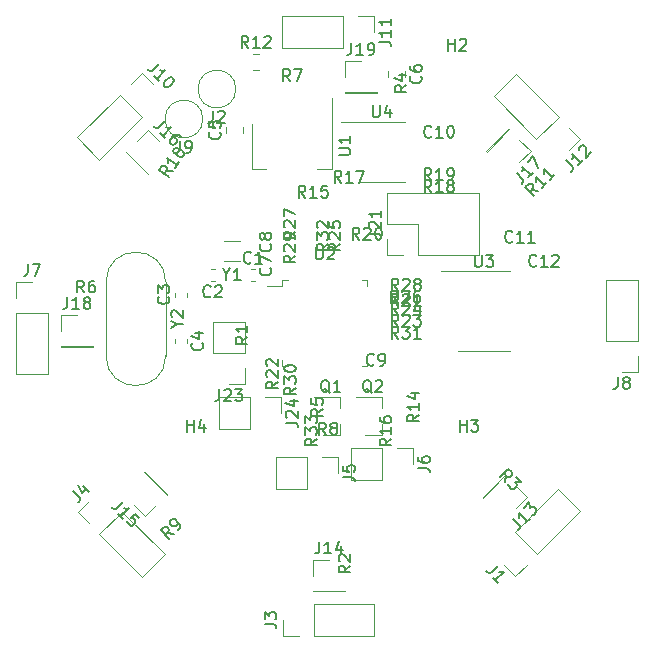
<source format=gbr>
%TF.GenerationSoftware,KiCad,Pcbnew,(5.1.6-0-10_14)*%
%TF.CreationDate,2021-08-24T22:52:38-05:00*%
%TF.ProjectId,led_lights,6c65645f-6c69-4676-9874-732e6b696361,rev?*%
%TF.SameCoordinates,Original*%
%TF.FileFunction,Legend,Top*%
%TF.FilePolarity,Positive*%
%FSLAX46Y46*%
G04 Gerber Fmt 4.6, Leading zero omitted, Abs format (unit mm)*
G04 Created by KiCad (PCBNEW (5.1.6-0-10_14)) date 2021-08-24 22:52:38*
%MOMM*%
%LPD*%
G01*
G04 APERTURE LIST*
%ADD10C,0.120000*%
%ADD11C,0.150000*%
G04 APERTURE END LIST*
D10*
%TO.C,J12*%
X215436955Y126353949D02*
X214496503Y125413497D01*
X214496503Y127294401D02*
X215436955Y126353949D01*
X213598477Y128192427D02*
X211717573Y126311523D01*
X211717573Y126311523D02*
X208083045Y129946051D01*
X213598477Y128192427D02*
X209963949Y131826955D01*
X209963949Y131826955D02*
X208083045Y129946051D01*
%TO.C,J11*%
X190186000Y136712000D02*
X190186000Y134052000D01*
X195326000Y136712000D02*
X190186000Y136712000D01*
X195326000Y134052000D02*
X190186000Y134052000D01*
X195326000Y136712000D02*
X195326000Y134052000D01*
X196596000Y136712000D02*
X197926000Y136712000D01*
X197926000Y136712000D02*
X197926000Y135382000D01*
%TO.C,J10*%
X172834994Y126455898D02*
X174715898Y124574994D01*
X176469522Y130090426D02*
X172834994Y126455898D01*
X178350426Y128209522D02*
X174715898Y124574994D01*
X176469522Y130090426D02*
X178350426Y128209522D01*
X177367548Y130988452D02*
X178308000Y131928904D01*
X178308000Y131928904D02*
X179248452Y130988452D01*
%TO.C,J7*%
X167676000Y114200000D02*
X169006000Y114200000D01*
X167676000Y112870000D02*
X167676000Y114200000D01*
X167676000Y111600000D02*
X170336000Y111600000D01*
X170336000Y111600000D02*
X170336000Y106460000D01*
X167676000Y111600000D02*
X167676000Y106460000D01*
X167676000Y106460000D02*
X170336000Y106460000D01*
%TO.C,J4*%
X178344102Y89268994D02*
X180225006Y91149898D01*
X174709574Y92903522D02*
X178344102Y89268994D01*
X176590478Y94784426D02*
X180225006Y91149898D01*
X174709574Y92903522D02*
X176590478Y94784426D01*
X173811548Y93801548D02*
X172871096Y94742000D01*
X172871096Y94742000D02*
X173811548Y95682452D01*
%TO.C,J1*%
X209940000Y89319096D02*
X208999548Y90259548D01*
X210880452Y90259548D02*
X209940000Y89319096D01*
X211778478Y91157574D02*
X209897574Y93038478D01*
X209897574Y93038478D02*
X213532102Y96673006D01*
X211778478Y91157574D02*
X215413006Y94792102D01*
X215413006Y94792102D02*
X213532102Y96673006D01*
%TO.C,J3*%
X197990000Y84268000D02*
X197990000Y86928000D01*
X192850000Y84268000D02*
X197990000Y84268000D01*
X192850000Y86928000D02*
X197990000Y86928000D01*
X192850000Y84268000D02*
X192850000Y86928000D01*
X191580000Y84268000D02*
X190250000Y84268000D01*
X190250000Y84268000D02*
X190250000Y85598000D01*
%TO.C,J8*%
X220278000Y106620000D02*
X218948000Y106620000D01*
X220278000Y107950000D02*
X220278000Y106620000D01*
X220278000Y109220000D02*
X217618000Y109220000D01*
X217618000Y109220000D02*
X217618000Y114360000D01*
X220278000Y109220000D02*
X220278000Y114360000D01*
X220278000Y114360000D02*
X217618000Y114360000D01*
%TO.C,C1*%
X187534733Y114298000D02*
X187877267Y114298000D01*
X187534733Y115318000D02*
X187877267Y115318000D01*
%TO.C,C2*%
X184462267Y114298000D02*
X184119733Y114298000D01*
X184462267Y115318000D02*
X184119733Y115318000D01*
%TO.C,C3*%
X182120000Y112971733D02*
X182120000Y113314267D01*
X181100000Y112971733D02*
X181100000Y113314267D01*
%TO.C,C4*%
X182120000Y109391267D02*
X182120000Y109048733D01*
X181100000Y109391267D02*
X181100000Y109048733D01*
%TO.C,C5*%
X186892000Y126819922D02*
X186892000Y127337078D01*
X185472000Y126819922D02*
X185472000Y127337078D01*
%TO.C,C6*%
X200608000Y132084578D02*
X200608000Y131567422D01*
X199188000Y132084578D02*
X199188000Y131567422D01*
%TO.C,J5*%
X194878000Y99374000D02*
X194878000Y98044000D01*
X193548000Y99374000D02*
X194878000Y99374000D01*
X192278000Y99374000D02*
X192278000Y96714000D01*
X192278000Y96714000D02*
X189678000Y96714000D01*
X192278000Y99374000D02*
X189678000Y99374000D01*
X189678000Y99374000D02*
X189678000Y96714000D01*
%TO.C,J6*%
X196028000Y100136000D02*
X196028000Y97476000D01*
X198628000Y100136000D02*
X196028000Y100136000D01*
X198628000Y97476000D02*
X196028000Y97476000D01*
X198628000Y100136000D02*
X198628000Y97476000D01*
X199898000Y100136000D02*
X201228000Y100136000D01*
X201228000Y100136000D02*
X201228000Y98806000D01*
%TO.C,J23*%
X187004000Y110804000D02*
X184344000Y110804000D01*
X187004000Y108204000D02*
X187004000Y110804000D01*
X184344000Y108204000D02*
X184344000Y110804000D01*
X187004000Y108204000D02*
X184344000Y108204000D01*
X187004000Y106934000D02*
X187004000Y105604000D01*
X187004000Y105604000D02*
X185674000Y105604000D01*
%TO.C,J24*%
X190052000Y104454000D02*
X190052000Y103124000D01*
X188722000Y104454000D02*
X190052000Y104454000D01*
X187452000Y104454000D02*
X187452000Y101794000D01*
X187452000Y101794000D02*
X184852000Y101794000D01*
X187452000Y104454000D02*
X184852000Y104454000D01*
X184852000Y104454000D02*
X184852000Y101794000D01*
%TO.C,Q1*%
X195070000Y101290000D02*
X195070000Y102220000D01*
X195070000Y104450000D02*
X195070000Y103520000D01*
X195070000Y104450000D02*
X192910000Y104450000D01*
X195070000Y101290000D02*
X193610000Y101290000D01*
%TO.C,Q2*%
X198626000Y101290000D02*
X197166000Y101290000D01*
X198626000Y104450000D02*
X196466000Y104450000D01*
X198626000Y104450000D02*
X198626000Y103520000D01*
X198626000Y101290000D02*
X198626000Y102220000D01*
%TO.C,R12*%
X187701422Y132132000D02*
X188218578Y132132000D01*
X187701422Y133552000D02*
X188218578Y133552000D01*
%TO.C,U1*%
X187598000Y123820000D02*
X188858000Y123820000D01*
X194418000Y123820000D02*
X193158000Y123820000D01*
X187598000Y127580000D02*
X187598000Y123820000D01*
X194418000Y129830000D02*
X194418000Y123820000D01*
%TO.C,U2*%
X196962000Y107134000D02*
X197412000Y107134000D01*
X197412000Y107134000D02*
X197412000Y107584000D01*
X190642000Y107134000D02*
X190192000Y107134000D01*
X190192000Y107134000D02*
X190192000Y107584000D01*
X196962000Y114354000D02*
X197412000Y114354000D01*
X197412000Y114354000D02*
X197412000Y113904000D01*
X190642000Y114354000D02*
X190192000Y114354000D01*
X190192000Y114354000D02*
X190192000Y113904000D01*
X190192000Y113904000D02*
X188902000Y113904000D01*
%TO.C,U3*%
X207264000Y108375000D02*
X209464000Y108375000D01*
X207264000Y108375000D02*
X205064000Y108375000D01*
X207264000Y115145000D02*
X209464000Y115145000D01*
X207264000Y115145000D02*
X203664000Y115145000D01*
%TO.C,U4*%
X198628000Y122662000D02*
X200578000Y122662000D01*
X198628000Y122662000D02*
X196678000Y122662000D01*
X198628000Y127782000D02*
X200578000Y127782000D01*
X198628000Y127782000D02*
X195178000Y127782000D01*
%TO.C,Y1*%
X186623000Y117715000D02*
X185273000Y117715000D01*
X186623000Y115965000D02*
X185273000Y115965000D01*
%TO.C,Y2*%
X180325000Y114223000D02*
X180325000Y107973000D01*
X175275000Y114223000D02*
X175275000Y107973000D01*
X175275000Y114223000D02*
G75*
G02*
X180325000Y114223000I2525000J0D01*
G01*
X175275000Y107973000D02*
G75*
G03*
X180325000Y107973000I2525000J0D01*
G01*
%TO.C,J13*%
X209042000Y97892904D02*
X207161096Y96012000D01*
X209084426Y97850478D02*
X209042000Y97892904D01*
X207203522Y95969574D02*
X207161096Y96012000D01*
X209084426Y97850478D02*
X207203522Y95969574D01*
X209982452Y96952452D02*
X210922904Y96012000D01*
X210922904Y96012000D02*
X209982452Y95071548D01*
%TO.C,J14*%
X192820000Y88026000D02*
X195480000Y88026000D01*
X192820000Y88086000D02*
X192820000Y88026000D01*
X195480000Y88086000D02*
X195480000Y88026000D01*
X192820000Y88086000D02*
X195480000Y88086000D01*
X192820000Y89356000D02*
X192820000Y90686000D01*
X192820000Y90686000D02*
X194150000Y90686000D01*
%TO.C,J15*%
X180442904Y96266000D02*
X178562000Y98146904D01*
X180400478Y96223574D02*
X180442904Y96266000D01*
X178519574Y98104478D02*
X178562000Y98146904D01*
X180400478Y96223574D02*
X178519574Y98104478D01*
X179502452Y95325548D02*
X178562000Y94385096D01*
X178562000Y94385096D02*
X177621548Y95325548D01*
%TO.C,J16*%
X178816000Y127102904D02*
X179756452Y126162452D01*
X177875548Y126162452D02*
X178816000Y127102904D01*
X176977522Y125264426D02*
X178858426Y123383522D01*
X178858426Y123383522D02*
X178816000Y123341096D01*
X176977522Y125264426D02*
X176935096Y125222000D01*
X176935096Y125222000D02*
X178816000Y123341096D01*
%TO.C,J17*%
X209340000Y127190904D02*
X207459096Y125310000D01*
X209382426Y127148478D02*
X209340000Y127190904D01*
X207501522Y125267574D02*
X207459096Y125310000D01*
X209382426Y127148478D02*
X207501522Y125267574D01*
X210280452Y126250452D02*
X211220904Y125310000D01*
X211220904Y125310000D02*
X210280452Y124369548D01*
%TO.C,J18*%
X171486000Y111406000D02*
X172816000Y111406000D01*
X171486000Y110076000D02*
X171486000Y111406000D01*
X171486000Y108806000D02*
X174146000Y108806000D01*
X174146000Y108806000D02*
X174146000Y108746000D01*
X171486000Y108806000D02*
X171486000Y108746000D01*
X171486000Y108746000D02*
X174146000Y108746000D01*
%TO.C,J19*%
X195520000Y132902000D02*
X196850000Y132902000D01*
X195520000Y131572000D02*
X195520000Y132902000D01*
X195520000Y130302000D02*
X198180000Y130302000D01*
X198180000Y130302000D02*
X198180000Y130242000D01*
X195520000Y130302000D02*
X195520000Y130242000D01*
X195520000Y130242000D02*
X198180000Y130242000D01*
%TO.C,J2*%
X186258781Y130556000D02*
G75*
G03*
X186258781Y130556000I-1600781J0D01*
G01*
%TO.C,J9*%
X183464781Y128016000D02*
G75*
G03*
X183464781Y128016000I-1600781J0D01*
G01*
%TO.C,J21*%
X199076000Y116526000D02*
X199076000Y117856000D01*
X200406000Y116526000D02*
X199076000Y116526000D01*
X199076000Y119126000D02*
X199076000Y121726000D01*
X201676000Y119126000D02*
X199076000Y119126000D01*
X201676000Y116526000D02*
X201676000Y119126000D01*
X199076000Y121726000D02*
X206816000Y121726000D01*
X201676000Y116526000D02*
X206816000Y116526000D01*
X206816000Y116526000D02*
X206816000Y121726000D01*
%TO.C,J12*%
D11*
X214243965Y124521195D02*
X214749041Y124016119D01*
X214816384Y123881432D01*
X214816384Y123746745D01*
X214749041Y123612058D01*
X214681697Y123544714D01*
X215658178Y124521195D02*
X215254117Y124117134D01*
X215456148Y124319164D02*
X214749041Y125026271D01*
X214782713Y124857912D01*
X214782713Y124723225D01*
X214749041Y124622210D01*
X215287789Y125430332D02*
X215287789Y125497676D01*
X215321461Y125598691D01*
X215489819Y125767050D01*
X215590835Y125800721D01*
X215658178Y125800721D01*
X215759193Y125767050D01*
X215826537Y125699706D01*
X215893880Y125565019D01*
X215893880Y124756897D01*
X216331613Y125194630D01*
%TO.C,J11*%
X198378380Y134572476D02*
X199092666Y134572476D01*
X199235523Y134524857D01*
X199330761Y134429619D01*
X199378380Y134286761D01*
X199378380Y134191523D01*
X199378380Y135572476D02*
X199378380Y135001047D01*
X199378380Y135286761D02*
X198378380Y135286761D01*
X198521238Y135191523D01*
X198616476Y135096285D01*
X198664095Y135001047D01*
X199378380Y136524857D02*
X199378380Y135953428D01*
X199378380Y136239142D02*
X198378380Y136239142D01*
X198521238Y136143904D01*
X198616476Y136048666D01*
X198664095Y135953428D01*
%TO.C,J10*%
X179770364Y132655203D02*
X179265288Y132150127D01*
X179130601Y132082784D01*
X178995914Y132082784D01*
X178861227Y132150127D01*
X178793883Y132217471D01*
X179770364Y131240990D02*
X179366303Y131645051D01*
X179568333Y131443020D02*
X180275440Y132150127D01*
X180107081Y132116455D01*
X179972394Y132116455D01*
X179871379Y132150127D01*
X180915203Y131510364D02*
X180982547Y131443020D01*
X181016219Y131342005D01*
X181016219Y131274662D01*
X180982547Y131173646D01*
X180881532Y131005288D01*
X180713173Y130836929D01*
X180544814Y130735914D01*
X180443799Y130702242D01*
X180376455Y130702242D01*
X180275440Y130735914D01*
X180208097Y130803257D01*
X180174425Y130904272D01*
X180174425Y130971616D01*
X180208097Y131072631D01*
X180309112Y131240990D01*
X180477471Y131409349D01*
X180645829Y131510364D01*
X180746845Y131544036D01*
X180814188Y131544036D01*
X180915203Y131510364D01*
%TO.C,J7*%
X168672666Y115747619D02*
X168672666Y115033333D01*
X168625047Y114890476D01*
X168529809Y114795238D01*
X168386952Y114747619D01*
X168291714Y114747619D01*
X169053619Y115747619D02*
X169720285Y115747619D01*
X169291714Y114747619D01*
%TO.C,J4*%
X172481513Y96541081D02*
X172986589Y96036005D01*
X173053933Y95901318D01*
X173053933Y95766631D01*
X172986589Y95631944D01*
X172919246Y95564601D01*
X173356979Y96945142D02*
X173828383Y96473738D01*
X172919246Y97046158D02*
X173255963Y96372723D01*
X173693696Y96810455D01*
%TO.C,J1*%
X208443963Y90175368D02*
X207938887Y89670292D01*
X207804200Y89602948D01*
X207669513Y89602948D01*
X207534826Y89670292D01*
X207467483Y89737635D01*
X208443963Y88761154D02*
X208039902Y89165215D01*
X208241933Y88963185D02*
X208949040Y89670292D01*
X208780681Y89636620D01*
X208645994Y89636620D01*
X208544979Y89670292D01*
%TO.C,J3*%
X188702380Y85264666D02*
X189416666Y85264666D01*
X189559523Y85217047D01*
X189654761Y85121809D01*
X189702380Y84978952D01*
X189702380Y84883714D01*
X188702380Y85645619D02*
X188702380Y86264666D01*
X189083333Y85931333D01*
X189083333Y86074190D01*
X189130952Y86169428D01*
X189178571Y86217047D01*
X189273809Y86264666D01*
X189511904Y86264666D01*
X189607142Y86217047D01*
X189654761Y86169428D01*
X189702380Y86074190D01*
X189702380Y85788476D01*
X189654761Y85693238D01*
X189607142Y85645619D01*
%TO.C,J8*%
X218614666Y106167619D02*
X218614666Y105453333D01*
X218567047Y105310476D01*
X218471809Y105215238D01*
X218328952Y105167619D01*
X218233714Y105167619D01*
X219233714Y105739047D02*
X219138476Y105786666D01*
X219090857Y105834285D01*
X219043238Y105929523D01*
X219043238Y105977142D01*
X219090857Y106072380D01*
X219138476Y106120000D01*
X219233714Y106167619D01*
X219424190Y106167619D01*
X219519428Y106120000D01*
X219567047Y106072380D01*
X219614666Y105977142D01*
X219614666Y105929523D01*
X219567047Y105834285D01*
X219519428Y105786666D01*
X219424190Y105739047D01*
X219233714Y105739047D01*
X219138476Y105691428D01*
X219090857Y105643809D01*
X219043238Y105548571D01*
X219043238Y105358095D01*
X219090857Y105262857D01*
X219138476Y105215238D01*
X219233714Y105167619D01*
X219424190Y105167619D01*
X219519428Y105215238D01*
X219567047Y105262857D01*
X219614666Y105358095D01*
X219614666Y105548571D01*
X219567047Y105643809D01*
X219519428Y105691428D01*
X219424190Y105739047D01*
%TO.C,C1*%
X187539333Y115880857D02*
X187491714Y115833238D01*
X187348857Y115785619D01*
X187253619Y115785619D01*
X187110761Y115833238D01*
X187015523Y115928476D01*
X186967904Y116023714D01*
X186920285Y116214190D01*
X186920285Y116357047D01*
X186967904Y116547523D01*
X187015523Y116642761D01*
X187110761Y116738000D01*
X187253619Y116785619D01*
X187348857Y116785619D01*
X187491714Y116738000D01*
X187539333Y116690380D01*
X188491714Y115785619D02*
X187920285Y115785619D01*
X188206000Y115785619D02*
X188206000Y116785619D01*
X188110761Y116642761D01*
X188015523Y116547523D01*
X187920285Y116499904D01*
%TO.C,C2*%
X184124333Y113020857D02*
X184076714Y112973238D01*
X183933857Y112925619D01*
X183838619Y112925619D01*
X183695761Y112973238D01*
X183600523Y113068476D01*
X183552904Y113163714D01*
X183505285Y113354190D01*
X183505285Y113497047D01*
X183552904Y113687523D01*
X183600523Y113782761D01*
X183695761Y113878000D01*
X183838619Y113925619D01*
X183933857Y113925619D01*
X184076714Y113878000D01*
X184124333Y113830380D01*
X184505285Y113830380D02*
X184552904Y113878000D01*
X184648142Y113925619D01*
X184886238Y113925619D01*
X184981476Y113878000D01*
X185029095Y113830380D01*
X185076714Y113735142D01*
X185076714Y113639904D01*
X185029095Y113497047D01*
X184457666Y112925619D01*
X185076714Y112925619D01*
%TO.C,C3*%
X180537142Y112976333D02*
X180584761Y112928714D01*
X180632380Y112785857D01*
X180632380Y112690619D01*
X180584761Y112547761D01*
X180489523Y112452523D01*
X180394285Y112404904D01*
X180203809Y112357285D01*
X180060952Y112357285D01*
X179870476Y112404904D01*
X179775238Y112452523D01*
X179680000Y112547761D01*
X179632380Y112690619D01*
X179632380Y112785857D01*
X179680000Y112928714D01*
X179727619Y112976333D01*
X179632380Y113309666D02*
X179632380Y113928714D01*
X180013333Y113595380D01*
X180013333Y113738238D01*
X180060952Y113833476D01*
X180108571Y113881095D01*
X180203809Y113928714D01*
X180441904Y113928714D01*
X180537142Y113881095D01*
X180584761Y113833476D01*
X180632380Y113738238D01*
X180632380Y113452523D01*
X180584761Y113357285D01*
X180537142Y113309666D01*
%TO.C,C4*%
X183397142Y109053333D02*
X183444761Y109005714D01*
X183492380Y108862857D01*
X183492380Y108767619D01*
X183444761Y108624761D01*
X183349523Y108529523D01*
X183254285Y108481904D01*
X183063809Y108434285D01*
X182920952Y108434285D01*
X182730476Y108481904D01*
X182635238Y108529523D01*
X182540000Y108624761D01*
X182492380Y108767619D01*
X182492380Y108862857D01*
X182540000Y109005714D01*
X182587619Y109053333D01*
X182825714Y109910476D02*
X183492380Y109910476D01*
X182444761Y109672380D02*
X183159047Y109434285D01*
X183159047Y110053333D01*
%TO.C,C5*%
X184889142Y126911833D02*
X184936761Y126864214D01*
X184984380Y126721357D01*
X184984380Y126626119D01*
X184936761Y126483261D01*
X184841523Y126388023D01*
X184746285Y126340404D01*
X184555809Y126292785D01*
X184412952Y126292785D01*
X184222476Y126340404D01*
X184127238Y126388023D01*
X184032000Y126483261D01*
X183984380Y126626119D01*
X183984380Y126721357D01*
X184032000Y126864214D01*
X184079619Y126911833D01*
X183984380Y127816595D02*
X183984380Y127340404D01*
X184460571Y127292785D01*
X184412952Y127340404D01*
X184365333Y127435642D01*
X184365333Y127673738D01*
X184412952Y127768976D01*
X184460571Y127816595D01*
X184555809Y127864214D01*
X184793904Y127864214D01*
X184889142Y127816595D01*
X184936761Y127768976D01*
X184984380Y127673738D01*
X184984380Y127435642D01*
X184936761Y127340404D01*
X184889142Y127292785D01*
%TO.C,C6*%
X201905142Y131659333D02*
X201952761Y131611714D01*
X202000380Y131468857D01*
X202000380Y131373619D01*
X201952761Y131230761D01*
X201857523Y131135523D01*
X201762285Y131087904D01*
X201571809Y131040285D01*
X201428952Y131040285D01*
X201238476Y131087904D01*
X201143238Y131135523D01*
X201048000Y131230761D01*
X201000380Y131373619D01*
X201000380Y131468857D01*
X201048000Y131611714D01*
X201095619Y131659333D01*
X201000380Y132516476D02*
X201000380Y132326000D01*
X201048000Y132230761D01*
X201095619Y132183142D01*
X201238476Y132087904D01*
X201428952Y132040285D01*
X201809904Y132040285D01*
X201905142Y132087904D01*
X201952761Y132135523D01*
X202000380Y132230761D01*
X202000380Y132421238D01*
X201952761Y132516476D01*
X201905142Y132564095D01*
X201809904Y132611714D01*
X201571809Y132611714D01*
X201476571Y132564095D01*
X201428952Y132516476D01*
X201381333Y132421238D01*
X201381333Y132230761D01*
X201428952Y132135523D01*
X201476571Y132087904D01*
X201571809Y132040285D01*
%TO.C,C7*%
X189179142Y115403333D02*
X189226761Y115355714D01*
X189274380Y115212857D01*
X189274380Y115117619D01*
X189226761Y114974761D01*
X189131523Y114879523D01*
X189036285Y114831904D01*
X188845809Y114784285D01*
X188702952Y114784285D01*
X188512476Y114831904D01*
X188417238Y114879523D01*
X188322000Y114974761D01*
X188274380Y115117619D01*
X188274380Y115212857D01*
X188322000Y115355714D01*
X188369619Y115403333D01*
X188274380Y115736666D02*
X188274380Y116403333D01*
X189274380Y115974761D01*
%TO.C,C8*%
X189179142Y117435333D02*
X189226761Y117387714D01*
X189274380Y117244857D01*
X189274380Y117149619D01*
X189226761Y117006761D01*
X189131523Y116911523D01*
X189036285Y116863904D01*
X188845809Y116816285D01*
X188702952Y116816285D01*
X188512476Y116863904D01*
X188417238Y116911523D01*
X188322000Y117006761D01*
X188274380Y117149619D01*
X188274380Y117244857D01*
X188322000Y117387714D01*
X188369619Y117435333D01*
X188702952Y118006761D02*
X188655333Y117911523D01*
X188607714Y117863904D01*
X188512476Y117816285D01*
X188464857Y117816285D01*
X188369619Y117863904D01*
X188322000Y117911523D01*
X188274380Y118006761D01*
X188274380Y118197238D01*
X188322000Y118292476D01*
X188369619Y118340095D01*
X188464857Y118387714D01*
X188512476Y118387714D01*
X188607714Y118340095D01*
X188655333Y118292476D01*
X188702952Y118197238D01*
X188702952Y118006761D01*
X188750571Y117911523D01*
X188798190Y117863904D01*
X188893428Y117816285D01*
X189083904Y117816285D01*
X189179142Y117863904D01*
X189226761Y117911523D01*
X189274380Y118006761D01*
X189274380Y118197238D01*
X189226761Y118292476D01*
X189179142Y118340095D01*
X189083904Y118387714D01*
X188893428Y118387714D01*
X188798190Y118340095D01*
X188750571Y118292476D01*
X188702952Y118197238D01*
%TO.C,C9*%
X197953333Y107238857D02*
X197905714Y107191238D01*
X197762857Y107143619D01*
X197667619Y107143619D01*
X197524761Y107191238D01*
X197429523Y107286476D01*
X197381904Y107381714D01*
X197334285Y107572190D01*
X197334285Y107715047D01*
X197381904Y107905523D01*
X197429523Y108000761D01*
X197524761Y108096000D01*
X197667619Y108143619D01*
X197762857Y108143619D01*
X197905714Y108096000D01*
X197953333Y108048380D01*
X198429523Y107143619D02*
X198620000Y107143619D01*
X198715238Y107191238D01*
X198762857Y107238857D01*
X198858095Y107381714D01*
X198905714Y107572190D01*
X198905714Y107953142D01*
X198858095Y108048380D01*
X198810476Y108096000D01*
X198715238Y108143619D01*
X198524761Y108143619D01*
X198429523Y108096000D01*
X198381904Y108048380D01*
X198334285Y107953142D01*
X198334285Y107715047D01*
X198381904Y107619809D01*
X198429523Y107572190D01*
X198524761Y107524571D01*
X198715238Y107524571D01*
X198810476Y107572190D01*
X198858095Y107619809D01*
X198905714Y107715047D01*
%TO.C,C10*%
X202811142Y126542857D02*
X202763523Y126495238D01*
X202620666Y126447619D01*
X202525428Y126447619D01*
X202382571Y126495238D01*
X202287333Y126590476D01*
X202239714Y126685714D01*
X202192095Y126876190D01*
X202192095Y127019047D01*
X202239714Y127209523D01*
X202287333Y127304761D01*
X202382571Y127400000D01*
X202525428Y127447619D01*
X202620666Y127447619D01*
X202763523Y127400000D01*
X202811142Y127352380D01*
X203763523Y126447619D02*
X203192095Y126447619D01*
X203477809Y126447619D02*
X203477809Y127447619D01*
X203382571Y127304761D01*
X203287333Y127209523D01*
X203192095Y127161904D01*
X204382571Y127447619D02*
X204477809Y127447619D01*
X204573047Y127400000D01*
X204620666Y127352380D01*
X204668285Y127257142D01*
X204715904Y127066666D01*
X204715904Y126828571D01*
X204668285Y126638095D01*
X204620666Y126542857D01*
X204573047Y126495238D01*
X204477809Y126447619D01*
X204382571Y126447619D01*
X204287333Y126495238D01*
X204239714Y126542857D01*
X204192095Y126638095D01*
X204144476Y126828571D01*
X204144476Y127066666D01*
X204192095Y127257142D01*
X204239714Y127352380D01*
X204287333Y127400000D01*
X204382571Y127447619D01*
%TO.C,C11*%
X209669142Y117652857D02*
X209621523Y117605238D01*
X209478666Y117557619D01*
X209383428Y117557619D01*
X209240571Y117605238D01*
X209145333Y117700476D01*
X209097714Y117795714D01*
X209050095Y117986190D01*
X209050095Y118129047D01*
X209097714Y118319523D01*
X209145333Y118414761D01*
X209240571Y118510000D01*
X209383428Y118557619D01*
X209478666Y118557619D01*
X209621523Y118510000D01*
X209669142Y118462380D01*
X210621523Y117557619D02*
X210050095Y117557619D01*
X210335809Y117557619D02*
X210335809Y118557619D01*
X210240571Y118414761D01*
X210145333Y118319523D01*
X210050095Y118271904D01*
X211573904Y117557619D02*
X211002476Y117557619D01*
X211288190Y117557619D02*
X211288190Y118557619D01*
X211192952Y118414761D01*
X211097714Y118319523D01*
X211002476Y118271904D01*
%TO.C,C12*%
X211701142Y115620857D02*
X211653523Y115573238D01*
X211510666Y115525619D01*
X211415428Y115525619D01*
X211272571Y115573238D01*
X211177333Y115668476D01*
X211129714Y115763714D01*
X211082095Y115954190D01*
X211082095Y116097047D01*
X211129714Y116287523D01*
X211177333Y116382761D01*
X211272571Y116478000D01*
X211415428Y116525619D01*
X211510666Y116525619D01*
X211653523Y116478000D01*
X211701142Y116430380D01*
X212653523Y115525619D02*
X212082095Y115525619D01*
X212367809Y115525619D02*
X212367809Y116525619D01*
X212272571Y116382761D01*
X212177333Y116287523D01*
X212082095Y116239904D01*
X213034476Y116430380D02*
X213082095Y116478000D01*
X213177333Y116525619D01*
X213415428Y116525619D01*
X213510666Y116478000D01*
X213558285Y116430380D01*
X213605904Y116335142D01*
X213605904Y116239904D01*
X213558285Y116097047D01*
X212986857Y115525619D01*
X213605904Y115525619D01*
%TO.C,H2*%
X204216095Y133811619D02*
X204216095Y134811619D01*
X204216095Y134335428D02*
X204787523Y134335428D01*
X204787523Y133811619D02*
X204787523Y134811619D01*
X205216095Y134716380D02*
X205263714Y134764000D01*
X205358952Y134811619D01*
X205597047Y134811619D01*
X205692285Y134764000D01*
X205739904Y134716380D01*
X205787523Y134621142D01*
X205787523Y134525904D01*
X205739904Y134383047D01*
X205168476Y133811619D01*
X205787523Y133811619D01*
%TO.C,H3*%
X205232095Y101553619D02*
X205232095Y102553619D01*
X205232095Y102077428D02*
X205803523Y102077428D01*
X205803523Y101553619D02*
X205803523Y102553619D01*
X206184476Y102553619D02*
X206803523Y102553619D01*
X206470190Y102172666D01*
X206613047Y102172666D01*
X206708285Y102125047D01*
X206755904Y102077428D01*
X206803523Y101982190D01*
X206803523Y101744095D01*
X206755904Y101648857D01*
X206708285Y101601238D01*
X206613047Y101553619D01*
X206327333Y101553619D01*
X206232095Y101601238D01*
X206184476Y101648857D01*
%TO.C,H4*%
X182118095Y101553619D02*
X182118095Y102553619D01*
X182118095Y102077428D02*
X182689523Y102077428D01*
X182689523Y101553619D02*
X182689523Y102553619D01*
X183594285Y102220285D02*
X183594285Y101553619D01*
X183356190Y102601238D02*
X183118095Y101886952D01*
X183737142Y101886952D01*
%TO.C,J5*%
X195330380Y97710666D02*
X196044666Y97710666D01*
X196187523Y97663047D01*
X196282761Y97567809D01*
X196330380Y97424952D01*
X196330380Y97329714D01*
X195330380Y98663047D02*
X195330380Y98186857D01*
X195806571Y98139238D01*
X195758952Y98186857D01*
X195711333Y98282095D01*
X195711333Y98520190D01*
X195758952Y98615428D01*
X195806571Y98663047D01*
X195901809Y98710666D01*
X196139904Y98710666D01*
X196235142Y98663047D01*
X196282761Y98615428D01*
X196330380Y98520190D01*
X196330380Y98282095D01*
X196282761Y98186857D01*
X196235142Y98139238D01*
%TO.C,J6*%
X201680380Y98472666D02*
X202394666Y98472666D01*
X202537523Y98425047D01*
X202632761Y98329809D01*
X202680380Y98186952D01*
X202680380Y98091714D01*
X201680380Y99377428D02*
X201680380Y99186952D01*
X201728000Y99091714D01*
X201775619Y99044095D01*
X201918476Y98948857D01*
X202108952Y98901238D01*
X202489904Y98901238D01*
X202585142Y98948857D01*
X202632761Y98996476D01*
X202680380Y99091714D01*
X202680380Y99282190D01*
X202632761Y99377428D01*
X202585142Y99425047D01*
X202489904Y99472666D01*
X202251809Y99472666D01*
X202156571Y99425047D01*
X202108952Y99377428D01*
X202061333Y99282190D01*
X202061333Y99091714D01*
X202108952Y98996476D01*
X202156571Y98948857D01*
X202251809Y98901238D01*
%TO.C,J23*%
X184864476Y105151619D02*
X184864476Y104437333D01*
X184816857Y104294476D01*
X184721619Y104199238D01*
X184578761Y104151619D01*
X184483523Y104151619D01*
X185293047Y105056380D02*
X185340666Y105104000D01*
X185435904Y105151619D01*
X185674000Y105151619D01*
X185769238Y105104000D01*
X185816857Y105056380D01*
X185864476Y104961142D01*
X185864476Y104865904D01*
X185816857Y104723047D01*
X185245428Y104151619D01*
X185864476Y104151619D01*
X186197809Y105151619D02*
X186816857Y105151619D01*
X186483523Y104770666D01*
X186626380Y104770666D01*
X186721619Y104723047D01*
X186769238Y104675428D01*
X186816857Y104580190D01*
X186816857Y104342095D01*
X186769238Y104246857D01*
X186721619Y104199238D01*
X186626380Y104151619D01*
X186340666Y104151619D01*
X186245428Y104199238D01*
X186197809Y104246857D01*
%TO.C,J24*%
X190504380Y102314476D02*
X191218666Y102314476D01*
X191361523Y102266857D01*
X191456761Y102171619D01*
X191504380Y102028761D01*
X191504380Y101933523D01*
X190599619Y102743047D02*
X190552000Y102790666D01*
X190504380Y102885904D01*
X190504380Y103124000D01*
X190552000Y103219238D01*
X190599619Y103266857D01*
X190694857Y103314476D01*
X190790095Y103314476D01*
X190932952Y103266857D01*
X191504380Y102695428D01*
X191504380Y103314476D01*
X190837714Y104171619D02*
X191504380Y104171619D01*
X190456761Y103933523D02*
X191171047Y103695428D01*
X191171047Y104314476D01*
%TO.C,Q1*%
X194214761Y104822380D02*
X194119523Y104870000D01*
X194024285Y104965238D01*
X193881428Y105108095D01*
X193786190Y105155714D01*
X193690952Y105155714D01*
X193738571Y104917619D02*
X193643333Y104965238D01*
X193548095Y105060476D01*
X193500476Y105250952D01*
X193500476Y105584285D01*
X193548095Y105774761D01*
X193643333Y105870000D01*
X193738571Y105917619D01*
X193929047Y105917619D01*
X194024285Y105870000D01*
X194119523Y105774761D01*
X194167142Y105584285D01*
X194167142Y105250952D01*
X194119523Y105060476D01*
X194024285Y104965238D01*
X193929047Y104917619D01*
X193738571Y104917619D01*
X195119523Y104917619D02*
X194548095Y104917619D01*
X194833809Y104917619D02*
X194833809Y105917619D01*
X194738571Y105774761D01*
X194643333Y105679523D01*
X194548095Y105631904D01*
%TO.C,Q2*%
X197770761Y104822380D02*
X197675523Y104870000D01*
X197580285Y104965238D01*
X197437428Y105108095D01*
X197342190Y105155714D01*
X197246952Y105155714D01*
X197294571Y104917619D02*
X197199333Y104965238D01*
X197104095Y105060476D01*
X197056476Y105250952D01*
X197056476Y105584285D01*
X197104095Y105774761D01*
X197199333Y105870000D01*
X197294571Y105917619D01*
X197485047Y105917619D01*
X197580285Y105870000D01*
X197675523Y105774761D01*
X197723142Y105584285D01*
X197723142Y105250952D01*
X197675523Y105060476D01*
X197580285Y104965238D01*
X197485047Y104917619D01*
X197294571Y104917619D01*
X198104095Y105822380D02*
X198151714Y105870000D01*
X198246952Y105917619D01*
X198485047Y105917619D01*
X198580285Y105870000D01*
X198627904Y105822380D01*
X198675523Y105727142D01*
X198675523Y105631904D01*
X198627904Y105489047D01*
X198056476Y104917619D01*
X198675523Y104917619D01*
%TO.C,R1*%
X187242380Y109584333D02*
X186766190Y109251000D01*
X187242380Y109012904D02*
X186242380Y109012904D01*
X186242380Y109393857D01*
X186290000Y109489095D01*
X186337619Y109536714D01*
X186432857Y109584333D01*
X186575714Y109584333D01*
X186670952Y109536714D01*
X186718571Y109489095D01*
X186766190Y109393857D01*
X186766190Y109012904D01*
X187242380Y110536714D02*
X187242380Y109965285D01*
X187242380Y110251000D02*
X186242380Y110251000D01*
X186385238Y110155761D01*
X186480476Y110060523D01*
X186528095Y109965285D01*
%TO.C,R4*%
X200704380Y130897333D02*
X200228190Y130564000D01*
X200704380Y130325904D02*
X199704380Y130325904D01*
X199704380Y130706857D01*
X199752000Y130802095D01*
X199799619Y130849714D01*
X199894857Y130897333D01*
X200037714Y130897333D01*
X200132952Y130849714D01*
X200180571Y130802095D01*
X200228190Y130706857D01*
X200228190Y130325904D01*
X200037714Y131754476D02*
X200704380Y131754476D01*
X199656761Y131516380D02*
X200371047Y131278285D01*
X200371047Y131897333D01*
%TO.C,R5*%
X193646380Y103465333D02*
X193170190Y103132000D01*
X193646380Y102893904D02*
X192646380Y102893904D01*
X192646380Y103274857D01*
X192694000Y103370095D01*
X192741619Y103417714D01*
X192836857Y103465333D01*
X192979714Y103465333D01*
X193074952Y103417714D01*
X193122571Y103370095D01*
X193170190Y103274857D01*
X193170190Y102893904D01*
X192646380Y104370095D02*
X192646380Y103893904D01*
X193122571Y103846285D01*
X193074952Y103893904D01*
X193027333Y103989142D01*
X193027333Y104227238D01*
X193074952Y104322476D01*
X193122571Y104370095D01*
X193217809Y104417714D01*
X193455904Y104417714D01*
X193551142Y104370095D01*
X193598761Y104322476D01*
X193646380Y104227238D01*
X193646380Y103989142D01*
X193598761Y103893904D01*
X193551142Y103846285D01*
%TO.C,R8*%
X193889333Y101301619D02*
X193556000Y101777809D01*
X193317904Y101301619D02*
X193317904Y102301619D01*
X193698857Y102301619D01*
X193794095Y102254000D01*
X193841714Y102206380D01*
X193889333Y102111142D01*
X193889333Y101968285D01*
X193841714Y101873047D01*
X193794095Y101825428D01*
X193698857Y101777809D01*
X193317904Y101777809D01*
X194460761Y101873047D02*
X194365523Y101920666D01*
X194317904Y101968285D01*
X194270285Y102063523D01*
X194270285Y102111142D01*
X194317904Y102206380D01*
X194365523Y102254000D01*
X194460761Y102301619D01*
X194651238Y102301619D01*
X194746476Y102254000D01*
X194794095Y102206380D01*
X194841714Y102111142D01*
X194841714Y102063523D01*
X194794095Y101968285D01*
X194746476Y101920666D01*
X194651238Y101873047D01*
X194460761Y101873047D01*
X194365523Y101825428D01*
X194317904Y101777809D01*
X194270285Y101682571D01*
X194270285Y101492095D01*
X194317904Y101396857D01*
X194365523Y101349238D01*
X194460761Y101301619D01*
X194651238Y101301619D01*
X194746476Y101349238D01*
X194794095Y101396857D01*
X194841714Y101492095D01*
X194841714Y101682571D01*
X194794095Y101777809D01*
X194746476Y101825428D01*
X194651238Y101873047D01*
%TO.C,R12*%
X187317142Y134039619D02*
X186983809Y134515809D01*
X186745714Y134039619D02*
X186745714Y135039619D01*
X187126666Y135039619D01*
X187221904Y134992000D01*
X187269523Y134944380D01*
X187317142Y134849142D01*
X187317142Y134706285D01*
X187269523Y134611047D01*
X187221904Y134563428D01*
X187126666Y134515809D01*
X186745714Y134515809D01*
X188269523Y134039619D02*
X187698095Y134039619D01*
X187983809Y134039619D02*
X187983809Y135039619D01*
X187888571Y134896761D01*
X187793333Y134801523D01*
X187698095Y134753904D01*
X188650476Y134944380D02*
X188698095Y134992000D01*
X188793333Y135039619D01*
X189031428Y135039619D01*
X189126666Y134992000D01*
X189174285Y134944380D01*
X189221904Y134849142D01*
X189221904Y134753904D01*
X189174285Y134611047D01*
X188602857Y134039619D01*
X189221904Y134039619D01*
%TO.C,R14*%
X201774380Y102989142D02*
X201298190Y102655809D01*
X201774380Y102417714D02*
X200774380Y102417714D01*
X200774380Y102798666D01*
X200822000Y102893904D01*
X200869619Y102941523D01*
X200964857Y102989142D01*
X201107714Y102989142D01*
X201202952Y102941523D01*
X201250571Y102893904D01*
X201298190Y102798666D01*
X201298190Y102417714D01*
X201774380Y103941523D02*
X201774380Y103370095D01*
X201774380Y103655809D02*
X200774380Y103655809D01*
X200917238Y103560571D01*
X201012476Y103465333D01*
X201060095Y103370095D01*
X201107714Y104798666D02*
X201774380Y104798666D01*
X200726761Y104560571D02*
X201441047Y104322476D01*
X201441047Y104941523D01*
%TO.C,R15*%
X192143142Y121367619D02*
X191809809Y121843809D01*
X191571714Y121367619D02*
X191571714Y122367619D01*
X191952666Y122367619D01*
X192047904Y122320000D01*
X192095523Y122272380D01*
X192143142Y122177142D01*
X192143142Y122034285D01*
X192095523Y121939047D01*
X192047904Y121891428D01*
X191952666Y121843809D01*
X191571714Y121843809D01*
X193095523Y121367619D02*
X192524095Y121367619D01*
X192809809Y121367619D02*
X192809809Y122367619D01*
X192714571Y122224761D01*
X192619333Y122129523D01*
X192524095Y122081904D01*
X194000285Y122367619D02*
X193524095Y122367619D01*
X193476476Y121891428D01*
X193524095Y121939047D01*
X193619333Y121986666D01*
X193857428Y121986666D01*
X193952666Y121939047D01*
X194000285Y121891428D01*
X194047904Y121796190D01*
X194047904Y121558095D01*
X194000285Y121462857D01*
X193952666Y121415238D01*
X193857428Y121367619D01*
X193619333Y121367619D01*
X193524095Y121415238D01*
X193476476Y121462857D01*
%TO.C,R16*%
X199434380Y100957142D02*
X198958190Y100623809D01*
X199434380Y100385714D02*
X198434380Y100385714D01*
X198434380Y100766666D01*
X198482000Y100861904D01*
X198529619Y100909523D01*
X198624857Y100957142D01*
X198767714Y100957142D01*
X198862952Y100909523D01*
X198910571Y100861904D01*
X198958190Y100766666D01*
X198958190Y100385714D01*
X199434380Y101909523D02*
X199434380Y101338095D01*
X199434380Y101623809D02*
X198434380Y101623809D01*
X198577238Y101528571D01*
X198672476Y101433333D01*
X198720095Y101338095D01*
X198434380Y102766666D02*
X198434380Y102576190D01*
X198482000Y102480952D01*
X198529619Y102433333D01*
X198672476Y102338095D01*
X198862952Y102290476D01*
X199243904Y102290476D01*
X199339142Y102338095D01*
X199386761Y102385714D01*
X199434380Y102480952D01*
X199434380Y102671428D01*
X199386761Y102766666D01*
X199339142Y102814285D01*
X199243904Y102861904D01*
X199005809Y102861904D01*
X198910571Y102814285D01*
X198862952Y102766666D01*
X198815333Y102671428D01*
X198815333Y102480952D01*
X198862952Y102385714D01*
X198910571Y102338095D01*
X199005809Y102290476D01*
%TO.C,R17*%
X195191142Y122637619D02*
X194857809Y123113809D01*
X194619714Y122637619D02*
X194619714Y123637619D01*
X195000666Y123637619D01*
X195095904Y123590000D01*
X195143523Y123542380D01*
X195191142Y123447142D01*
X195191142Y123304285D01*
X195143523Y123209047D01*
X195095904Y123161428D01*
X195000666Y123113809D01*
X194619714Y123113809D01*
X196143523Y122637619D02*
X195572095Y122637619D01*
X195857809Y122637619D02*
X195857809Y123637619D01*
X195762571Y123494761D01*
X195667333Y123399523D01*
X195572095Y123351904D01*
X196476857Y123637619D02*
X197143523Y123637619D01*
X196714952Y122637619D01*
%TO.C,R18*%
X202811142Y121821619D02*
X202477809Y122297809D01*
X202239714Y121821619D02*
X202239714Y122821619D01*
X202620666Y122821619D01*
X202715904Y122774000D01*
X202763523Y122726380D01*
X202811142Y122631142D01*
X202811142Y122488285D01*
X202763523Y122393047D01*
X202715904Y122345428D01*
X202620666Y122297809D01*
X202239714Y122297809D01*
X203763523Y121821619D02*
X203192095Y121821619D01*
X203477809Y121821619D02*
X203477809Y122821619D01*
X203382571Y122678761D01*
X203287333Y122583523D01*
X203192095Y122535904D01*
X204334952Y122393047D02*
X204239714Y122440666D01*
X204192095Y122488285D01*
X204144476Y122583523D01*
X204144476Y122631142D01*
X204192095Y122726380D01*
X204239714Y122774000D01*
X204334952Y122821619D01*
X204525428Y122821619D01*
X204620666Y122774000D01*
X204668285Y122726380D01*
X204715904Y122631142D01*
X204715904Y122583523D01*
X204668285Y122488285D01*
X204620666Y122440666D01*
X204525428Y122393047D01*
X204334952Y122393047D01*
X204239714Y122345428D01*
X204192095Y122297809D01*
X204144476Y122202571D01*
X204144476Y122012095D01*
X204192095Y121916857D01*
X204239714Y121869238D01*
X204334952Y121821619D01*
X204525428Y121821619D01*
X204620666Y121869238D01*
X204668285Y121916857D01*
X204715904Y122012095D01*
X204715904Y122202571D01*
X204668285Y122297809D01*
X204620666Y122345428D01*
X204525428Y122393047D01*
%TO.C,R19*%
X202811142Y122837619D02*
X202477809Y123313809D01*
X202239714Y122837619D02*
X202239714Y123837619D01*
X202620666Y123837619D01*
X202715904Y123790000D01*
X202763523Y123742380D01*
X202811142Y123647142D01*
X202811142Y123504285D01*
X202763523Y123409047D01*
X202715904Y123361428D01*
X202620666Y123313809D01*
X202239714Y123313809D01*
X203763523Y122837619D02*
X203192095Y122837619D01*
X203477809Y122837619D02*
X203477809Y123837619D01*
X203382571Y123694761D01*
X203287333Y123599523D01*
X203192095Y123551904D01*
X204239714Y122837619D02*
X204430190Y122837619D01*
X204525428Y122885238D01*
X204573047Y122932857D01*
X204668285Y123075714D01*
X204715904Y123266190D01*
X204715904Y123647142D01*
X204668285Y123742380D01*
X204620666Y123790000D01*
X204525428Y123837619D01*
X204334952Y123837619D01*
X204239714Y123790000D01*
X204192095Y123742380D01*
X204144476Y123647142D01*
X204144476Y123409047D01*
X204192095Y123313809D01*
X204239714Y123266190D01*
X204334952Y123218571D01*
X204525428Y123218571D01*
X204620666Y123266190D01*
X204668285Y123313809D01*
X204715904Y123409047D01*
%TO.C,R20*%
X196715142Y117811619D02*
X196381809Y118287809D01*
X196143714Y117811619D02*
X196143714Y118811619D01*
X196524666Y118811619D01*
X196619904Y118764000D01*
X196667523Y118716380D01*
X196715142Y118621142D01*
X196715142Y118478285D01*
X196667523Y118383047D01*
X196619904Y118335428D01*
X196524666Y118287809D01*
X196143714Y118287809D01*
X197096095Y118716380D02*
X197143714Y118764000D01*
X197238952Y118811619D01*
X197477047Y118811619D01*
X197572285Y118764000D01*
X197619904Y118716380D01*
X197667523Y118621142D01*
X197667523Y118525904D01*
X197619904Y118383047D01*
X197048476Y117811619D01*
X197667523Y117811619D01*
X198286571Y118811619D02*
X198381809Y118811619D01*
X198477047Y118764000D01*
X198524666Y118716380D01*
X198572285Y118621142D01*
X198619904Y118430666D01*
X198619904Y118192571D01*
X198572285Y118002095D01*
X198524666Y117906857D01*
X198477047Y117859238D01*
X198381809Y117811619D01*
X198286571Y117811619D01*
X198191333Y117859238D01*
X198143714Y117906857D01*
X198096095Y118002095D01*
X198048476Y118192571D01*
X198048476Y118430666D01*
X198096095Y118621142D01*
X198143714Y118716380D01*
X198191333Y118764000D01*
X198286571Y118811619D01*
%TO.C,R21*%
X200017142Y112169619D02*
X199683809Y112645809D01*
X199445714Y112169619D02*
X199445714Y113169619D01*
X199826666Y113169619D01*
X199921904Y113122000D01*
X199969523Y113074380D01*
X200017142Y112979142D01*
X200017142Y112836285D01*
X199969523Y112741047D01*
X199921904Y112693428D01*
X199826666Y112645809D01*
X199445714Y112645809D01*
X200398095Y113074380D02*
X200445714Y113122000D01*
X200540952Y113169619D01*
X200779047Y113169619D01*
X200874285Y113122000D01*
X200921904Y113074380D01*
X200969523Y112979142D01*
X200969523Y112883904D01*
X200921904Y112741047D01*
X200350476Y112169619D01*
X200969523Y112169619D01*
X201921904Y112169619D02*
X201350476Y112169619D01*
X201636190Y112169619D02*
X201636190Y113169619D01*
X201540952Y113026761D01*
X201445714Y112931523D01*
X201350476Y112883904D01*
%TO.C,R22*%
X189836380Y105783142D02*
X189360190Y105449809D01*
X189836380Y105211714D02*
X188836380Y105211714D01*
X188836380Y105592666D01*
X188884000Y105687904D01*
X188931619Y105735523D01*
X189026857Y105783142D01*
X189169714Y105783142D01*
X189264952Y105735523D01*
X189312571Y105687904D01*
X189360190Y105592666D01*
X189360190Y105211714D01*
X188931619Y106164095D02*
X188884000Y106211714D01*
X188836380Y106306952D01*
X188836380Y106545047D01*
X188884000Y106640285D01*
X188931619Y106687904D01*
X189026857Y106735523D01*
X189122095Y106735523D01*
X189264952Y106687904D01*
X189836380Y106116476D01*
X189836380Y106735523D01*
X188931619Y107116476D02*
X188884000Y107164095D01*
X188836380Y107259333D01*
X188836380Y107497428D01*
X188884000Y107592666D01*
X188931619Y107640285D01*
X189026857Y107687904D01*
X189122095Y107687904D01*
X189264952Y107640285D01*
X189836380Y107068857D01*
X189836380Y107687904D01*
%TO.C,U1*%
X194960380Y124968095D02*
X195769904Y124968095D01*
X195865142Y125015714D01*
X195912761Y125063333D01*
X195960380Y125158571D01*
X195960380Y125349047D01*
X195912761Y125444285D01*
X195865142Y125491904D01*
X195769904Y125539523D01*
X194960380Y125539523D01*
X195960380Y126539523D02*
X195960380Y125968095D01*
X195960380Y126253809D02*
X194960380Y126253809D01*
X195103238Y126158571D01*
X195198476Y126063333D01*
X195246095Y125968095D01*
%TO.C,U2*%
X193040095Y117141619D02*
X193040095Y116332095D01*
X193087714Y116236857D01*
X193135333Y116189238D01*
X193230571Y116141619D01*
X193421047Y116141619D01*
X193516285Y116189238D01*
X193563904Y116236857D01*
X193611523Y116332095D01*
X193611523Y117141619D01*
X194040095Y117046380D02*
X194087714Y117094000D01*
X194182952Y117141619D01*
X194421047Y117141619D01*
X194516285Y117094000D01*
X194563904Y117046380D01*
X194611523Y116951142D01*
X194611523Y116855904D01*
X194563904Y116713047D01*
X193992476Y116141619D01*
X194611523Y116141619D01*
%TO.C,U3*%
X206502095Y116507619D02*
X206502095Y115698095D01*
X206549714Y115602857D01*
X206597333Y115555238D01*
X206692571Y115507619D01*
X206883047Y115507619D01*
X206978285Y115555238D01*
X207025904Y115602857D01*
X207073523Y115698095D01*
X207073523Y116507619D01*
X207454476Y116507619D02*
X208073523Y116507619D01*
X207740190Y116126666D01*
X207883047Y116126666D01*
X207978285Y116079047D01*
X208025904Y116031428D01*
X208073523Y115936190D01*
X208073523Y115698095D01*
X208025904Y115602857D01*
X207978285Y115555238D01*
X207883047Y115507619D01*
X207597333Y115507619D01*
X207502095Y115555238D01*
X207454476Y115602857D01*
%TO.C,U4*%
X197866095Y129169619D02*
X197866095Y128360095D01*
X197913714Y128264857D01*
X197961333Y128217238D01*
X198056571Y128169619D01*
X198247047Y128169619D01*
X198342285Y128217238D01*
X198389904Y128264857D01*
X198437523Y128360095D01*
X198437523Y129169619D01*
X199342285Y128836285D02*
X199342285Y128169619D01*
X199104190Y129217238D02*
X198866095Y128502952D01*
X199485142Y128502952D01*
%TO.C,Y1*%
X185471809Y114863809D02*
X185471809Y114387619D01*
X185138476Y115387619D02*
X185471809Y114863809D01*
X185805142Y115387619D01*
X186662285Y114387619D02*
X186090857Y114387619D01*
X186376571Y114387619D02*
X186376571Y115387619D01*
X186281333Y115244761D01*
X186186095Y115149523D01*
X186090857Y115101904D01*
%TO.C,Y2*%
X181301190Y110621809D02*
X181777380Y110621809D01*
X180777380Y110288476D02*
X181301190Y110621809D01*
X180777380Y110955142D01*
X180872619Y111240857D02*
X180825000Y111288476D01*
X180777380Y111383714D01*
X180777380Y111621809D01*
X180825000Y111717047D01*
X180872619Y111764666D01*
X180967857Y111812285D01*
X181063095Y111812285D01*
X181205952Y111764666D01*
X181777380Y111193238D01*
X181777380Y111812285D01*
%TO.C,R2*%
X195972380Y90205333D02*
X195496190Y89872000D01*
X195972380Y89633904D02*
X194972380Y89633904D01*
X194972380Y90014857D01*
X195020000Y90110095D01*
X195067619Y90157714D01*
X195162857Y90205333D01*
X195305714Y90205333D01*
X195400952Y90157714D01*
X195448571Y90110095D01*
X195496190Y90014857D01*
X195496190Y89633904D01*
X195067619Y90586285D02*
X195020000Y90633904D01*
X194972380Y90729142D01*
X194972380Y90967238D01*
X195020000Y91062476D01*
X195067619Y91110095D01*
X195162857Y91157714D01*
X195258095Y91157714D01*
X195400952Y91110095D01*
X195972380Y90538666D01*
X195972380Y91157714D01*
%TO.C,R3*%
X209046952Y97268654D02*
X209147967Y97841074D01*
X208642891Y97672715D02*
X209349997Y98379822D01*
X209619372Y98110448D01*
X209653043Y98009433D01*
X209653043Y97942089D01*
X209619372Y97841074D01*
X209518356Y97740059D01*
X209417341Y97706387D01*
X209349997Y97706387D01*
X209248982Y97740059D01*
X208979608Y98009433D01*
X209989761Y97740059D02*
X210427494Y97302326D01*
X209922417Y97268654D01*
X210023433Y97167639D01*
X210057104Y97066623D01*
X210057104Y96999280D01*
X210023433Y96898265D01*
X209855074Y96729906D01*
X209754059Y96696234D01*
X209686715Y96696234D01*
X209585700Y96729906D01*
X209383669Y96931936D01*
X209349997Y97032952D01*
X209349997Y97100295D01*
%TO.C,R6*%
X173411333Y113333619D02*
X173078000Y113809809D01*
X172839904Y113333619D02*
X172839904Y114333619D01*
X173220857Y114333619D01*
X173316095Y114286000D01*
X173363714Y114238380D01*
X173411333Y114143142D01*
X173411333Y114000285D01*
X173363714Y113905047D01*
X173316095Y113857428D01*
X173220857Y113809809D01*
X172839904Y113809809D01*
X174268476Y114333619D02*
X174078000Y114333619D01*
X173982761Y114286000D01*
X173935142Y114238380D01*
X173839904Y114095523D01*
X173792285Y113905047D01*
X173792285Y113524095D01*
X173839904Y113428857D01*
X173887523Y113381238D01*
X173982761Y113333619D01*
X174173238Y113333619D01*
X174268476Y113381238D01*
X174316095Y113428857D01*
X174363714Y113524095D01*
X174363714Y113762190D01*
X174316095Y113857428D01*
X174268476Y113905047D01*
X174173238Y113952666D01*
X173982761Y113952666D01*
X173887523Y113905047D01*
X173839904Y113857428D01*
X173792285Y113762190D01*
%TO.C,R7*%
X190864333Y131219619D02*
X190531000Y131695809D01*
X190292904Y131219619D02*
X190292904Y132219619D01*
X190673857Y132219619D01*
X190769095Y132172000D01*
X190816714Y132124380D01*
X190864333Y132029142D01*
X190864333Y131886285D01*
X190816714Y131791047D01*
X190769095Y131743428D01*
X190673857Y131695809D01*
X190292904Y131695809D01*
X191197666Y132219619D02*
X191864333Y132219619D01*
X191435761Y131219619D01*
%TO.C,R9*%
X181026398Y92880005D02*
X180453978Y92981020D01*
X180622337Y92475944D02*
X179915230Y93183050D01*
X180184604Y93452425D01*
X180285619Y93486096D01*
X180352963Y93486096D01*
X180453978Y93452425D01*
X180554993Y93351409D01*
X180588665Y93250394D01*
X180588665Y93183050D01*
X180554993Y93082035D01*
X180285619Y92812661D01*
X181363116Y93216722D02*
X181497803Y93351409D01*
X181531474Y93452425D01*
X181531474Y93519768D01*
X181497803Y93688127D01*
X181396787Y93856486D01*
X181127413Y94125860D01*
X181026398Y94159531D01*
X180959055Y94159531D01*
X180858039Y94125860D01*
X180723352Y93991173D01*
X180689680Y93890157D01*
X180689680Y93822814D01*
X180723352Y93721799D01*
X180891711Y93553440D01*
X180992726Y93519768D01*
X181060070Y93519768D01*
X181161085Y93553440D01*
X181295772Y93688127D01*
X181329444Y93789142D01*
X181329444Y93856486D01*
X181295772Y93957501D01*
%TO.C,R10*%
X180907433Y123583011D02*
X180326168Y123583092D01*
X180579675Y123114924D02*
X179760523Y123688500D01*
X179979028Y124000558D01*
X180072661Y124051259D01*
X180138982Y124062954D01*
X180244309Y124047334D01*
X180361331Y123965395D01*
X180412033Y123871761D01*
X180423727Y123805441D01*
X180408108Y123700113D01*
X180189602Y123388055D01*
X181453696Y124363156D02*
X181125938Y123895069D01*
X181289817Y124129112D02*
X180470665Y124702689D01*
X180533060Y124542735D01*
X180556448Y124410094D01*
X180540829Y124304766D01*
X180989615Y125443826D02*
X181044241Y125521841D01*
X181137875Y125572542D01*
X181204195Y125584236D01*
X181309523Y125568617D01*
X181492865Y125498371D01*
X181687901Y125361806D01*
X181816617Y125213546D01*
X181867318Y125119912D01*
X181879012Y125053592D01*
X181863393Y124948264D01*
X181808767Y124870250D01*
X181715133Y124819548D01*
X181648813Y124807854D01*
X181543485Y124823473D01*
X181360143Y124893719D01*
X181165107Y125030285D01*
X181036391Y125178544D01*
X180985690Y125272178D01*
X180973996Y125338498D01*
X180989615Y125443826D01*
%TO.C,R11*%
X211889680Y121935287D02*
X211317261Y122036302D01*
X211485619Y121531226D02*
X210778513Y122238333D01*
X211047887Y122507707D01*
X211148902Y122541379D01*
X211216245Y122541379D01*
X211317261Y122507707D01*
X211418276Y122406692D01*
X211451948Y122305676D01*
X211451948Y122238333D01*
X211418276Y122137318D01*
X211148902Y121867944D01*
X212563116Y122608722D02*
X212159055Y122204661D01*
X212361085Y122406692D02*
X211653978Y123113799D01*
X211687650Y122945440D01*
X211687650Y122810753D01*
X211653978Y122709737D01*
X213236551Y123282157D02*
X212832490Y122878096D01*
X213034520Y123080127D02*
X212327413Y123787234D01*
X212361085Y123618875D01*
X212361085Y123484188D01*
X212327413Y123383173D01*
%TO.C,R23*%
X200017142Y110445619D02*
X199683809Y110921809D01*
X199445714Y110445619D02*
X199445714Y111445619D01*
X199826666Y111445619D01*
X199921904Y111398000D01*
X199969523Y111350380D01*
X200017142Y111255142D01*
X200017142Y111112285D01*
X199969523Y111017047D01*
X199921904Y110969428D01*
X199826666Y110921809D01*
X199445714Y110921809D01*
X200398095Y111350380D02*
X200445714Y111398000D01*
X200540952Y111445619D01*
X200779047Y111445619D01*
X200874285Y111398000D01*
X200921904Y111350380D01*
X200969523Y111255142D01*
X200969523Y111159904D01*
X200921904Y111017047D01*
X200350476Y110445619D01*
X200969523Y110445619D01*
X201302857Y111445619D02*
X201921904Y111445619D01*
X201588571Y111064666D01*
X201731428Y111064666D01*
X201826666Y111017047D01*
X201874285Y110969428D01*
X201921904Y110874190D01*
X201921904Y110636095D01*
X201874285Y110540857D01*
X201826666Y110493238D01*
X201731428Y110445619D01*
X201445714Y110445619D01*
X201350476Y110493238D01*
X201302857Y110540857D01*
%TO.C,R24*%
X200017142Y111461619D02*
X199683809Y111937809D01*
X199445714Y111461619D02*
X199445714Y112461619D01*
X199826666Y112461619D01*
X199921904Y112414000D01*
X199969523Y112366380D01*
X200017142Y112271142D01*
X200017142Y112128285D01*
X199969523Y112033047D01*
X199921904Y111985428D01*
X199826666Y111937809D01*
X199445714Y111937809D01*
X200398095Y112366380D02*
X200445714Y112414000D01*
X200540952Y112461619D01*
X200779047Y112461619D01*
X200874285Y112414000D01*
X200921904Y112366380D01*
X200969523Y112271142D01*
X200969523Y112175904D01*
X200921904Y112033047D01*
X200350476Y111461619D01*
X200969523Y111461619D01*
X201826666Y112128285D02*
X201826666Y111461619D01*
X201588571Y112509238D02*
X201350476Y111794952D01*
X201969523Y111794952D01*
%TO.C,R25*%
X195116380Y117467142D02*
X194640190Y117133809D01*
X195116380Y116895714D02*
X194116380Y116895714D01*
X194116380Y117276666D01*
X194164000Y117371904D01*
X194211619Y117419523D01*
X194306857Y117467142D01*
X194449714Y117467142D01*
X194544952Y117419523D01*
X194592571Y117371904D01*
X194640190Y117276666D01*
X194640190Y116895714D01*
X194211619Y117848095D02*
X194164000Y117895714D01*
X194116380Y117990952D01*
X194116380Y118229047D01*
X194164000Y118324285D01*
X194211619Y118371904D01*
X194306857Y118419523D01*
X194402095Y118419523D01*
X194544952Y118371904D01*
X195116380Y117800476D01*
X195116380Y118419523D01*
X194116380Y119324285D02*
X194116380Y118848095D01*
X194592571Y118800476D01*
X194544952Y118848095D01*
X194497333Y118943333D01*
X194497333Y119181428D01*
X194544952Y119276666D01*
X194592571Y119324285D01*
X194687809Y119371904D01*
X194925904Y119371904D01*
X195021142Y119324285D01*
X195068761Y119276666D01*
X195116380Y119181428D01*
X195116380Y118943333D01*
X195068761Y118848095D01*
X195021142Y118800476D01*
%TO.C,R26*%
X199994142Y112477619D02*
X199660809Y112953809D01*
X199422714Y112477619D02*
X199422714Y113477619D01*
X199803666Y113477619D01*
X199898904Y113430000D01*
X199946523Y113382380D01*
X199994142Y113287142D01*
X199994142Y113144285D01*
X199946523Y113049047D01*
X199898904Y113001428D01*
X199803666Y112953809D01*
X199422714Y112953809D01*
X200375095Y113382380D02*
X200422714Y113430000D01*
X200517952Y113477619D01*
X200756047Y113477619D01*
X200851285Y113430000D01*
X200898904Y113382380D01*
X200946523Y113287142D01*
X200946523Y113191904D01*
X200898904Y113049047D01*
X200327476Y112477619D01*
X200946523Y112477619D01*
X201803666Y113477619D02*
X201613190Y113477619D01*
X201517952Y113430000D01*
X201470333Y113382380D01*
X201375095Y113239523D01*
X201327476Y113049047D01*
X201327476Y112668095D01*
X201375095Y112572857D01*
X201422714Y112525238D01*
X201517952Y112477619D01*
X201708428Y112477619D01*
X201803666Y112525238D01*
X201851285Y112572857D01*
X201898904Y112668095D01*
X201898904Y112906190D01*
X201851285Y113001428D01*
X201803666Y113049047D01*
X201708428Y113096666D01*
X201517952Y113096666D01*
X201422714Y113049047D01*
X201375095Y113001428D01*
X201327476Y112906190D01*
%TO.C,R27*%
X191306380Y118483142D02*
X190830190Y118149809D01*
X191306380Y117911714D02*
X190306380Y117911714D01*
X190306380Y118292666D01*
X190354000Y118387904D01*
X190401619Y118435523D01*
X190496857Y118483142D01*
X190639714Y118483142D01*
X190734952Y118435523D01*
X190782571Y118387904D01*
X190830190Y118292666D01*
X190830190Y117911714D01*
X190401619Y118864095D02*
X190354000Y118911714D01*
X190306380Y119006952D01*
X190306380Y119245047D01*
X190354000Y119340285D01*
X190401619Y119387904D01*
X190496857Y119435523D01*
X190592095Y119435523D01*
X190734952Y119387904D01*
X191306380Y118816476D01*
X191306380Y119435523D01*
X190306380Y119768857D02*
X190306380Y120435523D01*
X191306380Y120006952D01*
%TO.C,R28*%
X200017142Y113493619D02*
X199683809Y113969809D01*
X199445714Y113493619D02*
X199445714Y114493619D01*
X199826666Y114493619D01*
X199921904Y114446000D01*
X199969523Y114398380D01*
X200017142Y114303142D01*
X200017142Y114160285D01*
X199969523Y114065047D01*
X199921904Y114017428D01*
X199826666Y113969809D01*
X199445714Y113969809D01*
X200398095Y114398380D02*
X200445714Y114446000D01*
X200540952Y114493619D01*
X200779047Y114493619D01*
X200874285Y114446000D01*
X200921904Y114398380D01*
X200969523Y114303142D01*
X200969523Y114207904D01*
X200921904Y114065047D01*
X200350476Y113493619D01*
X200969523Y113493619D01*
X201540952Y114065047D02*
X201445714Y114112666D01*
X201398095Y114160285D01*
X201350476Y114255523D01*
X201350476Y114303142D01*
X201398095Y114398380D01*
X201445714Y114446000D01*
X201540952Y114493619D01*
X201731428Y114493619D01*
X201826666Y114446000D01*
X201874285Y114398380D01*
X201921904Y114303142D01*
X201921904Y114255523D01*
X201874285Y114160285D01*
X201826666Y114112666D01*
X201731428Y114065047D01*
X201540952Y114065047D01*
X201445714Y114017428D01*
X201398095Y113969809D01*
X201350476Y113874571D01*
X201350476Y113684095D01*
X201398095Y113588857D01*
X201445714Y113541238D01*
X201540952Y113493619D01*
X201731428Y113493619D01*
X201826666Y113541238D01*
X201874285Y113588857D01*
X201921904Y113684095D01*
X201921904Y113874571D01*
X201874285Y113969809D01*
X201826666Y114017428D01*
X201731428Y114065047D01*
%TO.C,R29*%
X191306380Y116451142D02*
X190830190Y116117809D01*
X191306380Y115879714D02*
X190306380Y115879714D01*
X190306380Y116260666D01*
X190354000Y116355904D01*
X190401619Y116403523D01*
X190496857Y116451142D01*
X190639714Y116451142D01*
X190734952Y116403523D01*
X190782571Y116355904D01*
X190830190Y116260666D01*
X190830190Y115879714D01*
X190401619Y116832095D02*
X190354000Y116879714D01*
X190306380Y116974952D01*
X190306380Y117213047D01*
X190354000Y117308285D01*
X190401619Y117355904D01*
X190496857Y117403523D01*
X190592095Y117403523D01*
X190734952Y117355904D01*
X191306380Y116784476D01*
X191306380Y117403523D01*
X191306380Y117879714D02*
X191306380Y118070190D01*
X191258761Y118165428D01*
X191211142Y118213047D01*
X191068285Y118308285D01*
X190877809Y118355904D01*
X190496857Y118355904D01*
X190401619Y118308285D01*
X190354000Y118260666D01*
X190306380Y118165428D01*
X190306380Y117974952D01*
X190354000Y117879714D01*
X190401619Y117832095D01*
X190496857Y117784476D01*
X190734952Y117784476D01*
X190830190Y117832095D01*
X190877809Y117879714D01*
X190925428Y117974952D01*
X190925428Y118165428D01*
X190877809Y118260666D01*
X190830190Y118308285D01*
X190734952Y118355904D01*
%TO.C,R30*%
X191360380Y105275142D02*
X190884190Y104941809D01*
X191360380Y104703714D02*
X190360380Y104703714D01*
X190360380Y105084666D01*
X190408000Y105179904D01*
X190455619Y105227523D01*
X190550857Y105275142D01*
X190693714Y105275142D01*
X190788952Y105227523D01*
X190836571Y105179904D01*
X190884190Y105084666D01*
X190884190Y104703714D01*
X190360380Y105608476D02*
X190360380Y106227523D01*
X190741333Y105894190D01*
X190741333Y106037047D01*
X190788952Y106132285D01*
X190836571Y106179904D01*
X190931809Y106227523D01*
X191169904Y106227523D01*
X191265142Y106179904D01*
X191312761Y106132285D01*
X191360380Y106037047D01*
X191360380Y105751333D01*
X191312761Y105656095D01*
X191265142Y105608476D01*
X190360380Y106846571D02*
X190360380Y106941809D01*
X190408000Y107037047D01*
X190455619Y107084666D01*
X190550857Y107132285D01*
X190741333Y107179904D01*
X190979428Y107179904D01*
X191169904Y107132285D01*
X191265142Y107084666D01*
X191312761Y107037047D01*
X191360380Y106941809D01*
X191360380Y106846571D01*
X191312761Y106751333D01*
X191265142Y106703714D01*
X191169904Y106656095D01*
X190979428Y106608476D01*
X190741333Y106608476D01*
X190550857Y106656095D01*
X190455619Y106703714D01*
X190408000Y106751333D01*
X190360380Y106846571D01*
%TO.C,R31*%
X200017142Y109429619D02*
X199683809Y109905809D01*
X199445714Y109429619D02*
X199445714Y110429619D01*
X199826666Y110429619D01*
X199921904Y110382000D01*
X199969523Y110334380D01*
X200017142Y110239142D01*
X200017142Y110096285D01*
X199969523Y110001047D01*
X199921904Y109953428D01*
X199826666Y109905809D01*
X199445714Y109905809D01*
X200350476Y110429619D02*
X200969523Y110429619D01*
X200636190Y110048666D01*
X200779047Y110048666D01*
X200874285Y110001047D01*
X200921904Y109953428D01*
X200969523Y109858190D01*
X200969523Y109620095D01*
X200921904Y109524857D01*
X200874285Y109477238D01*
X200779047Y109429619D01*
X200493333Y109429619D01*
X200398095Y109477238D01*
X200350476Y109524857D01*
X201921904Y109429619D02*
X201350476Y109429619D01*
X201636190Y109429619D02*
X201636190Y110429619D01*
X201540952Y110286761D01*
X201445714Y110191523D01*
X201350476Y110143904D01*
%TO.C,R32*%
X194100380Y117467142D02*
X193624190Y117133809D01*
X194100380Y116895714D02*
X193100380Y116895714D01*
X193100380Y117276666D01*
X193148000Y117371904D01*
X193195619Y117419523D01*
X193290857Y117467142D01*
X193433714Y117467142D01*
X193528952Y117419523D01*
X193576571Y117371904D01*
X193624190Y117276666D01*
X193624190Y116895714D01*
X193100380Y117800476D02*
X193100380Y118419523D01*
X193481333Y118086190D01*
X193481333Y118229047D01*
X193528952Y118324285D01*
X193576571Y118371904D01*
X193671809Y118419523D01*
X193909904Y118419523D01*
X194005142Y118371904D01*
X194052761Y118324285D01*
X194100380Y118229047D01*
X194100380Y117943333D01*
X194052761Y117848095D01*
X194005142Y117800476D01*
X193195619Y118800476D02*
X193148000Y118848095D01*
X193100380Y118943333D01*
X193100380Y119181428D01*
X193148000Y119276666D01*
X193195619Y119324285D01*
X193290857Y119371904D01*
X193386095Y119371904D01*
X193528952Y119324285D01*
X194100380Y118752857D01*
X194100380Y119371904D01*
%TO.C,R33*%
X193138380Y100957142D02*
X192662190Y100623809D01*
X193138380Y100385714D02*
X192138380Y100385714D01*
X192138380Y100766666D01*
X192186000Y100861904D01*
X192233619Y100909523D01*
X192328857Y100957142D01*
X192471714Y100957142D01*
X192566952Y100909523D01*
X192614571Y100861904D01*
X192662190Y100766666D01*
X192662190Y100385714D01*
X192138380Y101290476D02*
X192138380Y101909523D01*
X192519333Y101576190D01*
X192519333Y101719047D01*
X192566952Y101814285D01*
X192614571Y101861904D01*
X192709809Y101909523D01*
X192947904Y101909523D01*
X193043142Y101861904D01*
X193090761Y101814285D01*
X193138380Y101719047D01*
X193138380Y101433333D01*
X193090761Y101338095D01*
X193043142Y101290476D01*
X192138380Y102242857D02*
X192138380Y102861904D01*
X192519333Y102528571D01*
X192519333Y102671428D01*
X192566952Y102766666D01*
X192614571Y102814285D01*
X192709809Y102861904D01*
X192947904Y102861904D01*
X193043142Y102814285D01*
X193090761Y102766666D01*
X193138380Y102671428D01*
X193138380Y102385714D01*
X193090761Y102290476D01*
X193043142Y102242857D01*
%TO.C,J13*%
X209729914Y94179246D02*
X210234990Y93674170D01*
X210302333Y93539483D01*
X210302333Y93404796D01*
X210234990Y93270109D01*
X210167646Y93202765D01*
X211144127Y94179246D02*
X210740066Y93775185D01*
X210942097Y93977215D02*
X210234990Y94684322D01*
X210268662Y94515963D01*
X210268662Y94381276D01*
X210234990Y94280261D01*
X210672723Y95122055D02*
X211110455Y95559788D01*
X211144127Y95054711D01*
X211245142Y95155727D01*
X211346158Y95189398D01*
X211413501Y95189398D01*
X211514516Y95155727D01*
X211682875Y94987368D01*
X211716547Y94886353D01*
X211716547Y94819009D01*
X211682875Y94717994D01*
X211480845Y94515963D01*
X211379829Y94482292D01*
X211312486Y94482292D01*
%TO.C,J14*%
X193340476Y92233619D02*
X193340476Y91519333D01*
X193292857Y91376476D01*
X193197619Y91281238D01*
X193054761Y91233619D01*
X192959523Y91233619D01*
X194340476Y91233619D02*
X193769047Y91233619D01*
X194054761Y91233619D02*
X194054761Y92233619D01*
X193959523Y92090761D01*
X193864285Y91995523D01*
X193769047Y91947904D01*
X195197619Y91900285D02*
X195197619Y91233619D01*
X194959523Y92281238D02*
X194721428Y91566952D01*
X195340476Y91566952D01*
%TO.C,J15*%
X176729246Y95578085D02*
X176224170Y95073009D01*
X176089483Y95005666D01*
X175954796Y95005666D01*
X175820109Y95073009D01*
X175752765Y95140353D01*
X176729246Y94163872D02*
X176325185Y94567933D01*
X176527215Y94365902D02*
X177234322Y95073009D01*
X177065963Y95039337D01*
X176931276Y95039337D01*
X176830261Y95073009D01*
X178076116Y94231215D02*
X177739398Y94567933D01*
X177369009Y94264887D01*
X177436353Y94264887D01*
X177537368Y94231215D01*
X177705727Y94062857D01*
X177739398Y93961841D01*
X177739398Y93894498D01*
X177705727Y93793483D01*
X177537368Y93625124D01*
X177436353Y93591452D01*
X177369009Y93591452D01*
X177267994Y93625124D01*
X177099635Y93793483D01*
X177065963Y93894498D01*
X177065963Y93961841D01*
%TO.C,J16*%
X180278364Y127829203D02*
X179773288Y127324127D01*
X179638601Y127256784D01*
X179503914Y127256784D01*
X179369227Y127324127D01*
X179301883Y127391471D01*
X180278364Y126414990D02*
X179874303Y126819051D01*
X180076333Y126617020D02*
X180783440Y127324127D01*
X180615081Y127290455D01*
X180480394Y127290455D01*
X180379379Y127324127D01*
X181591562Y126516005D02*
X181456875Y126650692D01*
X181355860Y126684364D01*
X181288516Y126684364D01*
X181120158Y126650692D01*
X180951799Y126549677D01*
X180682425Y126280303D01*
X180648753Y126179288D01*
X180648753Y126111944D01*
X180682425Y126010929D01*
X180817112Y125876242D01*
X180918127Y125842570D01*
X180985471Y125842570D01*
X181086486Y125876242D01*
X181254845Y126044601D01*
X181288516Y126145616D01*
X181288516Y126212959D01*
X181254845Y126313975D01*
X181120158Y126448662D01*
X181019142Y126482333D01*
X180951799Y126482333D01*
X180850784Y126448662D01*
%TO.C,J17*%
X210027914Y123477246D02*
X210532990Y122972170D01*
X210600333Y122837483D01*
X210600333Y122702796D01*
X210532990Y122568109D01*
X210465646Y122500765D01*
X211442127Y123477246D02*
X211038066Y123073185D01*
X211240097Y123275215D02*
X210532990Y123982322D01*
X210566662Y123813963D01*
X210566662Y123679276D01*
X210532990Y123578261D01*
X210970723Y124420055D02*
X211442127Y124891459D01*
X211846188Y123881307D01*
%TO.C,J18*%
X172006476Y112953619D02*
X172006476Y112239333D01*
X171958857Y112096476D01*
X171863619Y112001238D01*
X171720761Y111953619D01*
X171625523Y111953619D01*
X173006476Y111953619D02*
X172435047Y111953619D01*
X172720761Y111953619D02*
X172720761Y112953619D01*
X172625523Y112810761D01*
X172530285Y112715523D01*
X172435047Y112667904D01*
X173577904Y112525047D02*
X173482666Y112572666D01*
X173435047Y112620285D01*
X173387428Y112715523D01*
X173387428Y112763142D01*
X173435047Y112858380D01*
X173482666Y112906000D01*
X173577904Y112953619D01*
X173768380Y112953619D01*
X173863619Y112906000D01*
X173911238Y112858380D01*
X173958857Y112763142D01*
X173958857Y112715523D01*
X173911238Y112620285D01*
X173863619Y112572666D01*
X173768380Y112525047D01*
X173577904Y112525047D01*
X173482666Y112477428D01*
X173435047Y112429809D01*
X173387428Y112334571D01*
X173387428Y112144095D01*
X173435047Y112048857D01*
X173482666Y112001238D01*
X173577904Y111953619D01*
X173768380Y111953619D01*
X173863619Y112001238D01*
X173911238Y112048857D01*
X173958857Y112144095D01*
X173958857Y112334571D01*
X173911238Y112429809D01*
X173863619Y112477428D01*
X173768380Y112525047D01*
%TO.C,J19*%
X196040476Y134449619D02*
X196040476Y133735333D01*
X195992857Y133592476D01*
X195897619Y133497238D01*
X195754761Y133449619D01*
X195659523Y133449619D01*
X197040476Y133449619D02*
X196469047Y133449619D01*
X196754761Y133449619D02*
X196754761Y134449619D01*
X196659523Y134306761D01*
X196564285Y134211523D01*
X196469047Y134163904D01*
X197516666Y133449619D02*
X197707142Y133449619D01*
X197802380Y133497238D01*
X197850000Y133544857D01*
X197945238Y133687714D01*
X197992857Y133878190D01*
X197992857Y134259142D01*
X197945238Y134354380D01*
X197897619Y134402000D01*
X197802380Y134449619D01*
X197611904Y134449619D01*
X197516666Y134402000D01*
X197469047Y134354380D01*
X197421428Y134259142D01*
X197421428Y134021047D01*
X197469047Y133925809D01*
X197516666Y133878190D01*
X197611904Y133830571D01*
X197802380Y133830571D01*
X197897619Y133878190D01*
X197945238Y133925809D01*
X197992857Y134021047D01*
%TO.C,J2*%
X184324666Y128703619D02*
X184324666Y127989333D01*
X184277047Y127846476D01*
X184181809Y127751238D01*
X184038952Y127703619D01*
X183943714Y127703619D01*
X184753238Y128608380D02*
X184800857Y128656000D01*
X184896095Y128703619D01*
X185134190Y128703619D01*
X185229428Y128656000D01*
X185277047Y128608380D01*
X185324666Y128513142D01*
X185324666Y128417904D01*
X185277047Y128275047D01*
X184705619Y127703619D01*
X185324666Y127703619D01*
%TO.C,J9*%
X181530666Y126163619D02*
X181530666Y125449333D01*
X181483047Y125306476D01*
X181387809Y125211238D01*
X181244952Y125163619D01*
X181149714Y125163619D01*
X182054476Y125163619D02*
X182244952Y125163619D01*
X182340190Y125211238D01*
X182387809Y125258857D01*
X182483047Y125401714D01*
X182530666Y125592190D01*
X182530666Y125973142D01*
X182483047Y126068380D01*
X182435428Y126116000D01*
X182340190Y126163619D01*
X182149714Y126163619D01*
X182054476Y126116000D01*
X182006857Y126068380D01*
X181959238Y125973142D01*
X181959238Y125735047D01*
X182006857Y125639809D01*
X182054476Y125592190D01*
X182149714Y125544571D01*
X182340190Y125544571D01*
X182435428Y125592190D01*
X182483047Y125639809D01*
X182530666Y125735047D01*
%TO.C,J21*%
X197528380Y118316476D02*
X198242666Y118316476D01*
X198385523Y118268857D01*
X198480761Y118173619D01*
X198528380Y118030761D01*
X198528380Y117935523D01*
X197623619Y118745047D02*
X197576000Y118792666D01*
X197528380Y118887904D01*
X197528380Y119126000D01*
X197576000Y119221238D01*
X197623619Y119268857D01*
X197718857Y119316476D01*
X197814095Y119316476D01*
X197956952Y119268857D01*
X198528380Y118697428D01*
X198528380Y119316476D01*
X198528380Y120268857D02*
X198528380Y119697428D01*
X198528380Y119983142D02*
X197528380Y119983142D01*
X197671238Y119887904D01*
X197766476Y119792666D01*
X197814095Y119697428D01*
%TD*%
M02*

</source>
